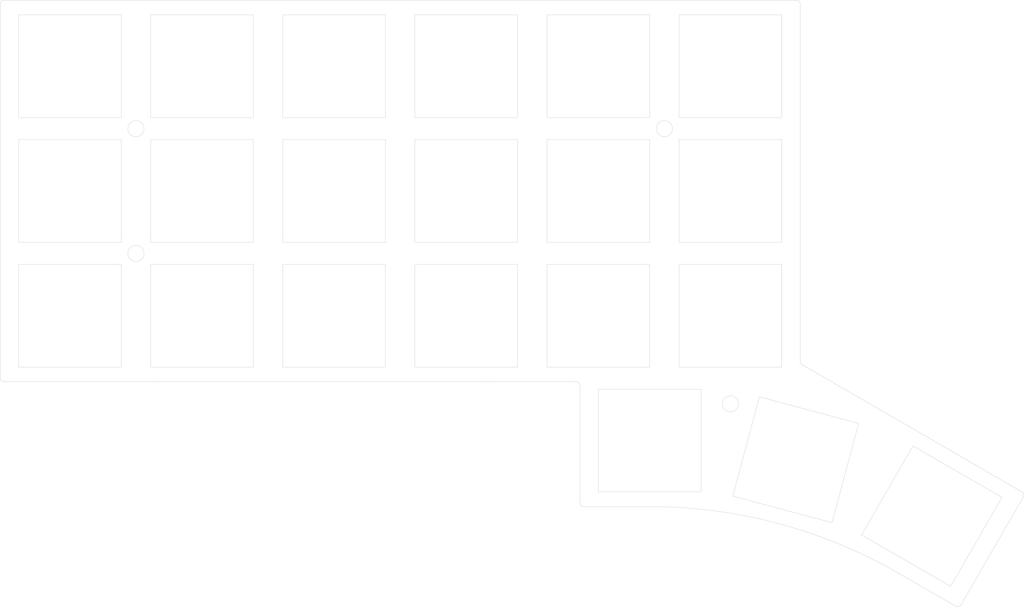
<source format=kicad_pcb>
(kicad_pcb
	(version 20240108)
	(generator "pcbnew")
	(generator_version "8.0")
	(general
		(thickness 1.6)
		(legacy_teardrops no)
	)
	(paper "A3")
	(layers
		(0 "F.Cu" signal)
		(31 "B.Cu" signal)
		(32 "B.Adhes" user "B.Adhesive")
		(33 "F.Adhes" user "F.Adhesive")
		(34 "B.Paste" user)
		(35 "F.Paste" user)
		(36 "B.SilkS" user "B.Silkscreen")
		(37 "F.SilkS" user "F.Silkscreen")
		(38 "B.Mask" user)
		(39 "F.Mask" user)
		(40 "Dwgs.User" user "User.Drawings")
		(41 "Cmts.User" user "User.Comments")
		(42 "Eco1.User" user "User.Eco1")
		(43 "Eco2.User" user "User.Eco2")
		(44 "Edge.Cuts" user)
		(45 "Margin" user)
		(46 "B.CrtYd" user "B.Courtyard")
		(47 "F.CrtYd" user "F.Courtyard")
		(48 "B.Fab" user)
		(49 "F.Fab" user)
		(50 "User.1" user)
		(51 "User.2" user)
		(52 "User.3" user)
		(53 "User.4" user)
		(54 "User.5" user)
		(55 "User.6" user)
		(56 "User.7" user)
		(57 "User.8" user)
		(58 "User.9" user)
	)
	(setup
		(stackup
			(layer "F.SilkS"
				(type "Top Silk Screen")
			)
			(layer "F.Paste"
				(type "Top Solder Paste")
			)
			(layer "F.Mask"
				(type "Top Solder Mask")
				(thickness 0.01)
			)
			(layer "F.Cu"
				(type "copper")
				(thickness 0.035)
			)
			(layer "dielectric 1"
				(type "core")
				(thickness 1.51)
				(material "FR4")
				(epsilon_r 4.5)
				(loss_tangent 0.02)
			)
			(layer "B.Cu"
				(type "copper")
				(thickness 0.035)
			)
			(layer "B.Mask"
				(type "Bottom Solder Mask")
				(thickness 0.01)
			)
			(layer "B.Paste"
				(type "Bottom Solder Paste")
			)
			(layer "B.SilkS"
				(type "Bottom Silk Screen")
			)
			(copper_finish "None")
			(dielectric_constraints no)
		)
		(pad_to_mask_clearance 0)
		(allow_soldermask_bridges_in_footprints no)
		(grid_origin 200 160)
		(pcbplotparams
			(layerselection 0x00010fc_ffffffff)
			(plot_on_all_layers_selection 0x0000000_00000000)
			(disableapertmacros no)
			(usegerberextensions no)
			(usegerberattributes yes)
			(usegerberadvancedattributes yes)
			(creategerberjobfile yes)
			(dashed_line_dash_ratio 12.000000)
			(dashed_line_gap_ratio 3.000000)
			(svgprecision 4)
			(plotframeref no)
			(viasonmask no)
			(mode 1)
			(useauxorigin no)
			(hpglpennumber 1)
			(hpglpenspeed 20)
			(hpglpendiameter 15.000000)
			(pdf_front_fp_property_popups yes)
			(pdf_back_fp_property_popups yes)
			(dxfpolygonmode yes)
			(dxfimperialunits yes)
			(dxfusepcbnewfont yes)
			(psnegative no)
			(psa4output no)
			(plotreference yes)
			(plotvalue yes)
			(plotfptext yes)
			(plotinvisibletext no)
			(sketchpadsonfab no)
			(subtractmaskfromsilk no)
			(outputformat 1)
			(mirror no)
			(drillshape 1)
			(scaleselection 1)
			(outputdirectory "")
		)
	)
	(net 0 "")
	(gr_line
		(start 204.080127 144.344555)
		(end 195.580127 159.066987)
		(stroke
			(width 0.05)
			(type default)
		)
		(layer "Edge.Cuts")
		(uuid "04070fae-8c4c-48f2-b98f-e8bdcf0f40ad")
	)
	(gr_line
		(start 203.897114 143.661542)
		(end 173.849227 126.257641)
		(stroke
			(width 0.05)
			(type default)
		)
		(layer "Edge.Cuts")
		(uuid "05e3d370-d442-4861-9357-4be30472f6c6")
	)
	(gr_rect
		(start 85.171991 112.658244)
		(end 99.171991 126.658244)
		(stroke
			(width 0.05)
			(type default)
		)
		(fill none)
		(layer "Edge.Cuts")
		(uuid "07edbb33-9ca4-4e52-b459-0052670123c0")
	)
	(gr_rect
		(start 139.171991 112.658244)
		(end 153.171991 126.658244)
		(stroke
			(width 0.05)
			(type default)
		)
		(fill none)
		(layer "Edge.Cuts")
		(uuid "0911a829-5848-4364-8ee1-8f6b375dac87")
	)
	(gr_line
		(start 65.171991 128.658244)
		(end 86.171991 128.658244)
		(stroke
			(width 0.05)
			(type default)
		)
		(layer "Edge.Cuts")
		(uuid "0a60453a-64bf-4363-8125-382cad08f4ec")
	)
	(gr_line
		(start 173.671991 77.158244)
		(end 173.671991 104.658244)
		(stroke
			(width 0.05)
			(type default)
		)
		(layer "Edge.Cuts")
		(uuid "0c8025f7-c57c-405e-b6c0-1918ed599c9b")
	)
	(gr_arc
		(start 144.171991 145.658244)
		(mid 143.818438 145.511797)
		(end 143.671991 145.158244)
		(stroke
			(width 0.05)
			(type default)
		)
		(layer "Edge.Cuts")
		(uuid "1ad8416f-a5de-48fd-9576-6e9c35cae031")
	)
	(gr_rect
		(start 85.171991 78.658244)
		(end 99.171991 92.658244)
		(stroke
			(width 0.05)
			(type default)
		)
		(fill none)
		(layer "Edge.Cuts")
		(uuid "1f2d9a3d-eff2-4d79-b875-ac02bcf92db5")
	)
	(gr_rect
		(start 67.171991 112.658244)
		(end 81.171991 126.658244)
		(stroke
			(width 0.05)
			(type default)
		)
		(fill none)
		(layer "Edge.Cuts")
		(uuid "20537dc6-0ece-4f43-87f9-2bd753543972")
	)
	(gr_rect
		(start 103.171991 112.658244)
		(end 117.171991 126.658244)
		(stroke
			(width 0.05)
			(type default)
		)
		(fill none)
		(layer "Edge.Cuts")
		(uuid "32d67032-6d40-4546-a634-d7504d1aaa2c")
	)
	(gr_arc
		(start 203.897114 143.661542)
		(mid 204.130059 143.965145)
		(end 204.080127 144.344555)
		(stroke
			(width 0.05)
			(type default)
		)
		(layer "Edge.Cuts")
		(uuid "332f25a4-44f5-4875-9608-2d2bbe7a3bf2")
	)
	(gr_arc
		(start 65.171991 128.658244)
		(mid 64.818438 128.511797)
		(end 64.671991 128.158244)
		(stroke
			(width 0.05)
			(type default)
		)
		(layer "Edge.Cuts")
		(uuid "34f71a2f-a0b2-4ef1-974f-3127c07cf99e")
	)
	(gr_poly
		(pts
			(xy 189.040707 137.393594) (xy 201.165063 144.393593) (xy 194.165063 156.517949) (xy 182.040706 149.517949)
		)
		(stroke
			(width 0.05)
			(type default)
		)
		(fill none)
		(layer "Edge.Cuts")
		(uuid "3aa00b96-4aa1-4c41-bd0c-9fe2a0241e7a")
	)
	(gr_line
		(start 173.671991 104.658244)
		(end 173.671991 125.908244)
		(stroke
			(width 0.05)
			(type default)
		)
		(layer "Edge.Cuts")
		(uuid "3bc60df1-a608-4b05-9287-61f547d193e8")
	)
	(gr_line
		(start 64.671991 77.158244)
		(end 64.671991 128.158244)
		(stroke
			(width 0.05)
			(type default)
		)
		(layer "Edge.Cuts")
		(uuid "3ece25c2-feb6-4f37-b4ac-ac14e6f12fd3")
	)
	(gr_line
		(start 86.171991 128.658244)
		(end 131.171991 128.658244)
		(stroke
			(width 0.05)
			(type default)
		)
		(layer "Edge.Cuts")
		(uuid "45971339-5c0a-4f14-84bd-37653c4c5a15")
	)
	(gr_rect
		(start 157.171991 95.658244)
		(end 171.171991 109.658244)
		(stroke
			(width 0.05)
			(type default)
		)
		(fill none)
		(layer "Edge.Cuts")
		(uuid "4c2955f7-6977-45bd-8534-1ef696d6515e")
	)
	(gr_line
		(start 173.171991 76.658244)
		(end 65.171991 76.658244)
		(stroke
			(width 0.05)
			(type default)
		)
		(layer "Edge.Cuts")
		(uuid "537ccba3-a5fa-4f16-8cea-9e6403dbab40")
	)
	(gr_rect
		(start 157.171991 112.658244)
		(end 171.171991 126.658244)
		(stroke
			(width 0.05)
			(type default)
		)
		(fill none)
		(layer "Edge.Cuts")
		(uuid "5aab8104-92fa-4897-a706-eac8cf2c6830")
	)
	(gr_rect
		(start 146.171991 129.658244)
		(end 160.171991 143.658244)
		(stroke
			(width 0.05)
			(type default)
		)
		(fill none)
		(layer "Edge.Cuts")
		(uuid "5f19b6f9-2c2b-4065-a902-16db82b75ebe")
	)
	(gr_circle
		(center 83.171991 94.158244)
		(end 84.271991 94.158244)
		(stroke
			(width 0.05)
			(type default)
		)
		(fill none)
		(layer "Edge.Cuts")
		(uuid "643ece14-f758-417c-ac30-4b8f2be39664")
	)
	(gr_line
		(start 187.102885 154.75)
		(end 194.897114 159.25)
		(stroke
			(width 0.05)
			(type default)
		)
		(layer "Edge.Cuts")
		(uuid "67ef43e3-c4fc-4610-836c-db096e9e4364")
	)
	(gr_arc
		(start 153.171991 145.658244)
		(mid 170.735914 147.970578)
		(end 187.102885 154.75)
		(stroke
			(width 0.05)
			(type default)
		)
		(layer "Edge.Cuts")
		(uuid "699267d3-63fd-4b4e-b523-da44b59b7d13")
	)
	(gr_rect
		(start 121.171991 78.658244)
		(end 135.171991 92.658244)
		(stroke
			(width 0.05)
			(type default)
		)
		(fill none)
		(layer "Edge.Cuts")
		(uuid "6d2d63cc-d879-4d82-998b-48717f236173")
	)
	(gr_rect
		(start 103.171991 78.658244)
		(end 117.171991 92.658244)
		(stroke
			(width 0.05)
			(type default)
		)
		(fill none)
		(layer "Edge.Cuts")
		(uuid "729d73c1-f4e8-49b0-a68d-3d49f4b781b7")
	)
	(gr_circle
		(center 155.171991 94.158244)
		(end 156.271991 94.158244)
		(stroke
			(width 0.05)
			(type default)
		)
		(fill none)
		(layer "Edge.Cuts")
		(uuid "75871d78-c69d-41fd-b0e7-fe7ab3fb780e")
	)
	(gr_rect
		(start 85.171991 95.658244)
		(end 99.171991 109.658244)
		(stroke
			(width 0.05)
			(type default)
		)
		(fill none)
		(layer "Edge.Cuts")
		(uuid "76e62796-1608-4663-a2b1-48d80e6eef7a")
	)
	(gr_rect
		(start 157.171991 78.658244)
		(end 171.171991 92.658244)
		(stroke
			(width 0.05)
			(type default)
		)
		(fill none)
		(layer "Edge.Cuts")
		(uuid "79e9700e-1457-49e5-b125-7aeef8abbd9d")
	)
	(gr_line
		(start 144.171991 145.658244)
		(end 153.171991 145.658244)
		(stroke
			(width 0.05)
			(type default)
		)
		(layer "Edge.Cuts")
		(uuid "7cd23689-1212-4579-82a7-aa1fe2806abd")
	)
	(gr_circle
		(center 164.171991 131.658244)
		(end 165.271991 131.658244)
		(stroke
			(width 0.05)
			(type default)
		)
		(fill none)
		(layer "Edge.Cuts")
		(uuid "82ae750a-8170-400b-b93f-6cc0ad6d61dc")
	)
	(gr_line
		(start 143.671991 129.158244)
		(end 143.671991 145.158244)
		(stroke
			(width 0.05)
			(type default)
		)
		(layer "Edge.Cuts")
		(uuid "89c09cc0-8da8-469f-ba88-7faf96cb0522")
	)
	(gr_rect
		(start 103.171991 95.658244)
		(end 117.171991 109.658244)
		(stroke
			(width 0.05)
			(type default)
		)
		(fill none)
		(layer "Edge.Cuts")
		(uuid "94fef7e1-23bf-4a55-a739-228578af1310")
	)
	(gr_arc
		(start 173.171991 76.658244)
		(mid 173.525544 76.804691)
		(end 173.671991 77.158244)
		(stroke
			(width 0.05)
			(type default)
		)
		(layer "Edge.Cuts")
		(uuid "a5877fdb-d364-4010-b21e-874947ddda03")
	)
	(gr_poly
		(pts
			(xy 168.115537 130.704032) (xy 181.6385 134.327499) (xy 178.015032 147.85046) (xy 164.49207 144.226995)
		)
		(stroke
			(width 0.05)
			(type default)
		)
		(fill none)
		(layer "Edge.Cuts")
		(uuid "a5edbbc4-77c1-4639-9060-c1b78e7a334f")
	)
	(gr_rect
		(start 139.171991 95.658244)
		(end 153.171991 109.658244)
		(stroke
			(width 0.05)
			(type default)
		)
		(fill none)
		(layer "Edge.Cuts")
		(uuid "a779bccb-4e94-4c69-a6b6-c98b9daa7a15")
	)
	(gr_rect
		(start 67.171991 95.658244)
		(end 81.171991 109.658244)
		(stroke
			(width 0.05)
			(type default)
		)
		(fill none)
		(layer "Edge.Cuts")
		(uuid "b6483765-a9ae-4a11-8745-90426a9268e2")
	)
	(gr_rect
		(start 121.171991 112.658244)
		(end 135.171991 126.658244)
		(stroke
			(width 0.05)
			(type default)
		)
		(fill none)
		(layer "Edge.Cuts")
		(uuid "bd7dc327-f807-4895-849d-50a91d018010")
	)
	(gr_rect
		(start 121.171991 95.658244)
		(end 135.171991 109.658244)
		(stroke
			(width 0.05)
			(type default)
		)
		(fill none)
		(layer "Edge.Cuts")
		(uuid "bf0ed885-fb48-4b4a-bd87-42c9c4a7881b")
	)
	(gr_line
		(start 131.171991 128.658244)
		(end 143.171991 128.658244)
		(stroke
			(width 0.05)
			(type default)
		)
		(layer "Edge.Cuts")
		(uuid "c903de70-a15f-41c4-95d4-7b1583f059aa")
	)
	(gr_arc
		(start 64.671991 77.158244)
		(mid 64.818438 76.804691)
		(end 65.171991 76.658244)
		(stroke
			(width 0.05)
			(type default)
		)
		(layer "Edge.Cuts")
		(uuid "d788b7f8-6620-4b41-b696-6c0b2a5ea100")
	)
	(gr_rect
		(start 67.171991 78.658244)
		(end 81.171991 92.658244)
		(stroke
			(width 0.05)
			(type default)
		)
		(fill none)
		(layer "Edge.Cuts")
		(uuid "dc071acc-58a5-4cbf-be85-f1c8ec5a7eff")
	)
	(gr_arc
		(start 195.580127 159.066987)
		(mid 195.276519 159.299945)
		(end 194.897114 159.25)
		(stroke
			(width 0.05)
			(type default)
		)
		(layer "Edge.Cuts")
		(uuid "dd4ada8c-791b-4bb1-8ce1-242e731dca7e")
	)
	(gr_arc
		(start 173.849227 126.257641)
		(mid 173.71883 126.104135)
		(end 173.671991 125.908244)
		(stroke
			(width 0.05)
			(type default)
		)
		(layer "Edge.Cuts")
		(uuid "e3677c55-75b6-4292-88fe-9c758976f4f5")
	)
	(gr_rect
		(start 139.171991 78.658244)
		(end 153.171991 92.658244)
		(stroke
			(width 0.05)
			(type default)
		)
		(fill none)
		(layer "Edge.Cuts")
		(uuid "ea603fd6-9003-4d58-872a-bdca1c2ddd3d")
	)
	(gr_arc
		(start 143.171991 128.658244)
		(mid 143.525544 128.804691)
		(end 143.671991 129.158244)
		(stroke
			(width 0.05)
			(type default)
		)
		(layer "Edge.Cuts")
		(uuid "f10a9922-4f47-4822-9385-6b09cfaaf286")
	)
	(gr_circle
		(center 83.171991 111.158244)
		(end 84.271991 111.158244)
		(stroke
			(width 0.05)
			(type default)
		)
		(fill none)
		(layer "Edge.Cuts")
		(uuid "fc09010c-ec5b-4e82-857a-467450c67e39")
	)
)
</source>
